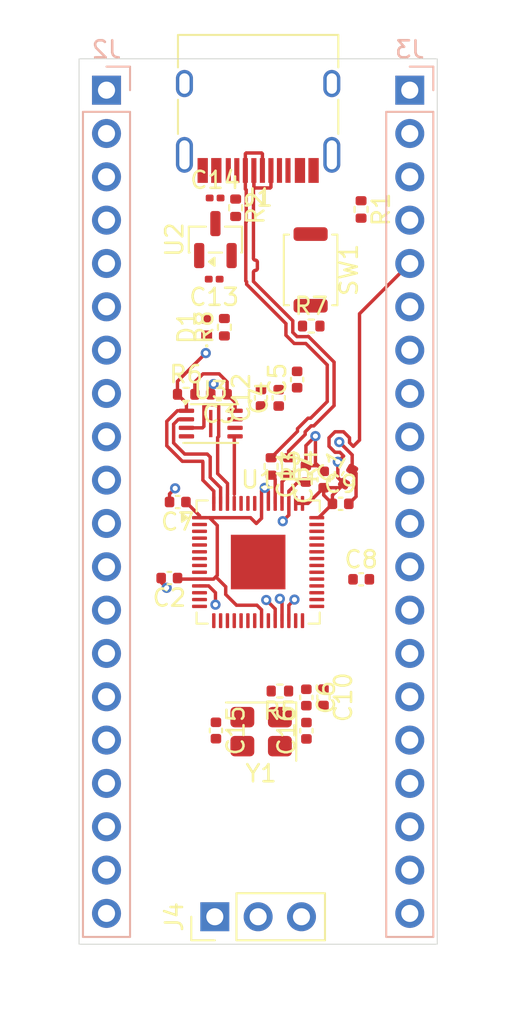
<source format=kicad_pcb>
(kicad_pcb (version 20241229) (generator "pcbnew") (generator_version "9.0")
  (layers (0 "F.Cu" signal) (2 "B.Cu" signal) (13 "F.Paste" user) (15 "B.Paste" user) (5 "F.SilkS" user "F.Silkscreen") (7 "B.SilkS" user "B.Silkscreen") (1 "F.Mask" user) (3 "B.Mask" user) (25 "Edge.Cuts" user))
  (net 0 "")
  (net 1 "+3V3")
  (net 2 "GND")
  (net 3 "+1V1")
  (net 4 "VBUS")
  (net 5 "XIN")
  (net 6 "Net-(C16-Pad2)")
  (net 7 "Net-(J1-CC2)")
  (net 8 "USBD-")
  (net 9 "USBD+")
  (net 10 "Net-(J1-CC1)")
  (net 11 "GPIO15")
  (net 12 "GPIO5")
  (net 13 "GPIO4")
  (net 14 "GPIO3")
  (net 15 "GPIO7")
  (net 16 "GPIO1")
  (net 17 "GPIO8")
  (net 18 "GPIO10")
  (net 19 "GPIO12")
  (net 20 "GPIO2")
  (net 21 "GPIO14")
  (net 22 "GPIO0")
  (net 23 "GPIO11")
  (net 24 "GPIO6")
  (net 25 "GPIO13")
  (net 26 "GPIO9")
  (net 27 "GPIO29_ADC3")
  (net 28 "GPIO16")
  (net 29 "GPIO17")
  (net 30 "GPIO18")
  (net 31 "GPIO24")
  (net 32 "GPIO27_ADC1")
  (net 33 "GPIO28_ADC2")
  (net 34 "GPIO26_ADC0")
  (net 35 "RUN")
  (net 36 "GPIO23")
  (net 37 "GPIO21")
  (net 38 "GPIO22")
  (net 39 "GPIO19")
  (net 40 "GPIO20")
  (net 41 "SWD")
  (net 42 "SWCLK")
  (net 43 "Net-(U1-USB_DP)")
  (net 44 "Net-(U1-USB_DM)")
  (net 45 "XOUT")
  (net 46 "QSPI_SS")
  (net 47 "Net-(R7-Pad2)")
  (net 48 "QSPI_SD2")
  (net 49 "QSPI_SD3")
  (net 50 "QSPI_SD1")
  (net 51 "QSPI_SD0")
  (net 52 "QSPI_SCLK")
  (net 53 "Net-(D1-A)")
  (net 54 "Net-(U1-GPIO25)")
  (footprint "Connector_USB:USB_C_Receptacle_HRO_TYPE-C-31-M-12" (layer "F.Cu") (at 160.65 48.781976 180)
    (property "Reference" "J1" (at 0 -5.645 0) (layer "F.SilkS"))
    (property "Value" "USB_C_Receptacle_USB2.0_14P")
    (pad "" np_thru_hole circle (at -2.89 -2.6 180) (size 0.65 0.65) (drill 0.65) (layers "*.Cu" "*.Mask"))
    (pad "" np_thru_hole circle (at 2.89 -2.6 180) (size 0.65 0.65) (drill 0.65) (layers "*.Cu" "*.Mask"))
    (pad "A1" smd rect (at -3.25 -4.045 180) (size 0.6 1.45) (layers "F.Cu" "F.Mask" "F.Paste") (net 2 "GND"))
    (pad "A4" smd rect (at -2.45 -4.045 180) (size 0.6 1.45) (layers "F.Cu" "F.Mask" "F.Paste") (net 4 "VBUS"))
    (pad "A5" smd rect (at -1.25 -4.045 180) (size 0.3 1.45) (layers "F.Cu" "F.Mask" "F.Paste") (net 10 "Net-(J1-CC1)"))
    (pad "A6" smd rect (at -0.25 -4.045 180) (size 0.3 1.45) (layers "F.Cu" "F.Mask" "F.Paste") (net 9 "USBD+"))
    (pad "A7" smd rect (at 0.25 -4.045 180) (size 0.3 1.45) (layers "F.Cu" "F.Mask" "F.Paste") (net 8 "USBD-"))
    (pad "A8" smd rect (at 1.25 -4.045 180) (size 0.3 1.45) (layers "F.Cu" "F.Mask" "F.Paste"))
    (pad "A9" smd rect (at 2.45 -4.045 180) (size 0.6 1.45) (layers "F.Cu" "F.Mask" "F.Paste") (net 4 "VBUS"))
    (pad "A12" smd rect (at 3.25 -4.045 180) (size 0.6 1.45) (layers "F.Cu" "F.Mask" "F.Paste") (net 2 "GND"))
    (pad "B1" smd rect (at 3.25 -4.045 180) (size 0.6 1.45) (layers "F.Cu" "F.Mask" "F.Paste") (net 2 "GND"))
    (pad "B4" smd rect (at 2.45 -4.045 180) (size 0.6 1.45) (layers "F.Cu" "F.Mask" "F.Paste") (net 4 "VBUS"))
    (pad "B5" smd rect (at 1.75 -4.045 180) (size 0.3 1.45) (layers "F.Cu" "F.Mask" "F.Paste") (net 7 "Net-(J1-CC2)"))
    (pad "B6" smd rect (at 0.75 -4.045 180) (size 0.3 1.45) (layers "F.Cu" "F.Mask" "F.Paste") (net 9 "USBD+"))
    (pad "B7" smd rect (at -0.75 -4.045 180) (size 0.3 1.45) (layers "F.Cu" "F.Mask" "F.Paste") (net 8 "USBD-"))
    (pad "B8" smd rect (at -1.75 -4.045 180) (size 0.3 1.45) (layers "F.Cu" "F.Mask" "F.Paste"))
    (pad "B9" smd rect (at -2.45 -4.045 180) (size 0.6 1.45) (layers "F.Cu" "F.Mask" "F.Paste") (net 4 "VBUS"))
    (pad "B12" smd rect (at -3.25 -4.045 180) (size 0.6 1.45) (layers "F.Cu" "F.Mask" "F.Paste") (net 2 "GND"))
    (pad "S1" thru_hole oval (at -4.32 -3.13 180) (size 1 2.1) (drill oval 0.6 1.7) (property pad_prop_heatsink) (layers "*.Cu" "*.Mask") (net 2 "GND"))
    (pad "S1" thru_hole oval (at -4.32 1.05 180) (size 1 1.6) (drill oval 0.6 1.2) (property pad_prop_heatsink) (layers "*.Cu" "*.Mask") (net 2 "GND"))
    (pad "S1" thru_hole oval (at 4.32 -3.13 180) (size 1 2.1) (drill oval 0.6 1.7) (property pad_prop_heatsink) (layers "*.Cu" "*.Mask") (net 2 "GND"))
    (pad "S1" thru_hole oval (at 4.32 1.05 180) (size 1 1.6) (drill oval 0.6 1.2) (property pad_prop_heatsink) (layers "*.Cu" "*.Mask") (net 2 "GND"))
  )
  (footprint "Resistor_SMD:R_0402_1005Metric" (layer "F.Cu") (at 162.434622 70.178991 -90)
    (property "Reference" "R4" (at 0 -1.17 90) (layer "F.SilkS"))
    (property "Value" "27")
    (pad "1" smd roundrect (at -0.51 0 270) (size 0.54 0.64) (layers "F.Cu" "F.Mask" "F.Paste") (net 8 "USBD-"))
    (pad "2" smd roundrect (at 0.51 0 270) (size 0.54 0.64) (layers "F.Cu" "F.Mask" "F.Paste") (net 44 "Net-(U1-USB_DM)"))
  )
  (footprint "Capacitor_SMD:C_0402_1005Metric" (layer "F.Cu") (at 166.692073 76.793889)
    (property "Reference" "C8" (at 0 -1.16 0) (layer "F.SilkS"))
    (property "Value" "0.1uF")
    (pad "1" smd roundrect (at -0.48 0) (size 0.56 0.62) (layers "F.Cu" "F.Mask" "F.Paste") (net 1 "+3V3"))
    (pad "2" smd roundrect (at 0.48 0) (size 0.56 0.62) (layers "F.Cu" "F.Mask" "F.Paste") (net 2 "GND"))
  )
  (footprint "Connector_PinHeader_2.54mm:PinHeader_1x03_P2.54mm_Vertical" (layer "F.Cu") (at 158.11 96.576458 90)
    (property "Reference" "J4" (at 0 -2.38 90) (layer "F.SilkS"))
    (property "Value" "Conn_01x03_Pin")
    (pad "1" thru_hole rect (at 0 0 90) (size 1.7 1.7) (drill 1) (layers "*.Cu" "*.Mask") (net 41 "SWD"))
    (pad "2" thru_hole circle (at 0 2.54 90) (size 1.7 1.7) (drill 1) (layers "*.Cu" "*.Mask") (net 2 "GND"))
    (pad "3" thru_hole circle (at 0 5.08 90) (size 1.7 1.7) (drill 1) (layers "*.Cu" "*.Mask") (net 42 "SWCLK"))
  )
  (footprint "Capacitor_SMD:C_0402_1005Metric" (layer "F.Cu") (at 162.934623 65.08351 90)
    (property "Reference" "C5" (at 0 -1.16 90) (layer "F.SilkS"))
    (property "Value" "0.1uF")
    (pad "1" smd roundrect (at -0.48 0 90) (size 0.56 0.62) (layers "F.Cu" "F.Mask" "F.Paste") (net 1 "+3V3"))
    (pad "2" smd roundrect (at 0.48 0 90) (size 0.56 0.62) (layers "F.Cu" "F.Mask" "F.Paste") (net 2 "GND"))
  )
  (footprint "Package_DFN_QFN:QFN-56-1EP_7x7mm_P0.4mm_EP3.2x3.2mm" (layer "F.Cu") (at 160.65 75.781976)
    (property "Reference" "U1" (at 0 -4.83 0) (layer "F.SilkS"))
    (property "Value" "RP2040")
    (pad "1" smd roundrect (at -3.4375 -2.6) (size 0.875 0.2) (layers "F.Cu" "F.Mask" "F.Paste") (net 1 "+3V3"))
    (pad "2" smd roundrect (at -3.4375 -2.2) (size 0.875 0.2) (layers "F.Cu" "F.Mask" "F.Paste") (net 22 "GPIO0"))
    (pad "3" smd roundrect (at -3.4375 -1.8) (size 0.875 0.2) (layers "F.Cu" "F.Mask" "F.Paste") (net 16 "GPIO1"))
    (pad "4" smd roundrect (at -3.4375 -1.4) (size 0.875 0.2) (layers "F.Cu" "F.Mask" "F.Paste") (net 20 "GPIO2"))
    (pad "5" smd roundrect (at -3.4375 -1) (size 0.875 0.2) (layers "F.Cu" "F.Mask" "F.Paste") (net 14 "GPIO3"))
    (pad "6" smd roundrect (at -3.4375 -0.6) (size 0.875 0.2) (layers "F.Cu" "F.Mask" "F.Paste") (net 13 "GPIO4"))
    (pad "7" smd roundrect (at -3.4375 -0.2) (size 0.875 0.2) (layers "F.Cu" "F.Mask" "F.Paste") (net 12 "GPIO5"))
    (pad "8" smd roundrect (at -3.4375 0.2) (size 0.875 0.2) (layers "F.Cu" "F.Mask" "F.Paste") (net 24 "GPIO6"))
    (pad "9" smd roundrect (at -3.4375 0.6) (size 0.875 0.2) (layers "F.Cu" "F.Mask" "F.Paste") (net 15 "GPIO7"))
    (pad "10" smd roundrect (at -3.4375 1) (size 0.875 0.2) (layers "F.Cu" "F.Mask" "F.Paste") (net 1 "+3V3"))
    (pad "11" smd roundrect (at -3.4375 1.4) (size 0.875 0.2) (layers "F.Cu" "F.Mask" "F.Paste") (net 17 "GPIO8"))
    (pad "12" smd roundrect (at -3.4375 1.8) (size 0.875 0.2) (layers "F.Cu" "F.Mask" "F.Paste") (net 26 "GPIO9"))
    (pad "13" smd roundrect (at -3.4375 2.2) (size 0.875 0.2) (layers "F.Cu" "F.Mask" "F.Paste") (net 18 "GPIO10"))
    (pad "14" smd roundrect (at -3.4375 2.6) (size 0.875 0.2) (layers "F.Cu" "F.Mask" "F.Paste") (net 23 "GPIO11"))
    (pad "15" smd roundrect (at -2.6 3.4375) (size 0.2 0.875) (layers "F.Cu" "F.Mask" "F.Paste") (net 19 "GPIO12"))
    (pad "16" smd roundrect (at -2.2 3.4375) (size 0.2 0.875) (layers "F.Cu" "F.Mask" "F.Paste") (net 25 "GPIO13"))
    (pad "17" smd roundrect (at -1.8 3.4375) (size 0.2 0.875) (layers "F.Cu" "F.Mask" "F.Paste") (net 21 "GPIO14"))
    (pad "18" smd roundrect (at -1.4 3.4375) (size 0.2 0.875) (layers "F.Cu" "F.Mask" "F.Paste") (net 11 "GPIO15"))
    (pad "19" smd roundrect (at -1 3.4375) (size 0.2 0.875) (layers "F.Cu" "F.Mask" "F.Paste") (net 2 "GND"))
    (pad "20" smd roundrect (at -0.6 3.4375) (size 0.2 0.875) (layers "F.Cu" "F.Mask" "F.Paste") (net 5 "XIN"))
    (pad "21" smd roundrect (at -0.2 3.4375) (size 0.2 0.875) (layers "F.Cu" "F.Mask" "F.Paste") (net 45 "XOUT"))
    (pad "22" smd roundrect (at 0.2 3.4375) (size 0.2 0.875) (layers "F.Cu" "F.Mask" "F.Paste") (net 1 "+3V3"))
    (pad "23" smd roundrect (at 0.6 3.4375) (size 0.2 0.875) (layers "F.Cu" "F.Mask" "F.Paste") (net 3 "+1V1"))
    (pad "24" smd roundrect (at 1 3.4375) (size 0.2 0.875) (layers "F.Cu" "F.Mask" "F.Paste") (net 42 "SWCLK"))
    (pad "25" smd roundrect (at 1.4 3.4375) (size 0.2 0.875) (layers "F.Cu" "F.Mask" "F.Paste") (net 41 "SWD"))
    (pad "26" smd roundrect (at 1.8 3.4375) (size 0.2 0.875) (layers "F.Cu" "F.Mask" "F.Paste") (net 35 "RUN"))
    (pad "27" smd roundrect (at 2.2 3.4375) (size 0.2 0.875) (layers "F.Cu" "F.Mask" "F.Paste") (net 28 "GPIO16"))
    (pad "28" smd roundrect (at 2.6 3.4375) (size 0.2 0.875) (layers "F.Cu" "F.Mask" "F.Paste") (net 29 "GPIO17"))
    (pad "29" smd roundrect (at 3.4375 2.6) (size 0.875 0.2) (layers "F.Cu" "F.Mask" "F.Paste") (net 30 "GPIO18"))
    (pad "30" smd roundrect (at 3.4375 2.2) (size 0.875 0.2) (layers "F.Cu" "F.Mask" "F.Paste") (net 39 "GPIO19"))
    (pad "31" smd roundrect (at 3.4375 1.8) (size 0.875 0.2) (layers "F.Cu" "F.Mask" "F.Paste") (net 40 "GPIO20"))
    (pad "32" smd roundrect (at 3.4375 1.4) (size 0.875 0.2) (layers "F.Cu" "F.Mask" "F.Paste") (net 37 "GPIO21"))
    (pad "33" smd roundrect (at 3.4375 1) (size 0.875 0.2) (layers "F.Cu" "F.Mask" "F.Paste") (net 1 "+3V3"))
    (pad "34" smd roundrect (at 3.4375 0.6) (size 0.875 0.2) (layers "F.Cu" "F.Mask" "F.Paste") (net 38 "GPIO22"))
    (pad "35" smd roundrect (at 3.4375 0.2) (size 0.875 0.2) (layers "F.Cu" "F.Mask" "F.Paste") (net 36 "GPIO23"))
    (pad "36" smd roundrect (at 3.4375 -0.2) (size 0.875 0.2) (layers "F.Cu" "F.Mask" "F.Paste") (net 31 "GPIO24"))
    (pad "37" smd roundrect (at 3.4375 -0.6) (size 0.875 0.2) (layers "F.Cu" "F.Mask" "F.Paste") (net 54 "Net-(U1-GPIO25)"))
    (pad "38" smd roundrect (at 3.4375 -1) (size 0.875 0.2) (layers "F.Cu" "F.Mask" "F.Paste") (net 34 "GPIO26_ADC0"))
    (pad "39" smd roundrect (at 3.4375 -1.4) (size 0.875 0.2) (layers "F.Cu" "F.Mask" "F.Paste") (net 32 "GPIO27_ADC1"))
    (pad "40" smd roundrect (at 3.4375 -1.8) (size 0.875 0.2) (layers "F.Cu" "F.Mask" "F.Paste") (net 33 "GPIO28_ADC2"))
    (pad "41" smd roundrect (at 3.4375 -2.2) (size 0.875 0.2) (layers "F.Cu" "F.Mask" "F.Paste") (net 27 "GPIO29_ADC3"))
    (pad "42" smd roundrect (at 3.4375 -2.6) (size 0.875 0.2) (layers "F.Cu" "F.Mask" "F.Paste") (net 1 "+3V3"))
    (pad "43" smd roundrect (at 2.6 -3.4375) (size 0.2 0.875) (layers "F.Cu" "F.Mask" "F.Paste") (net 1 "+3V3"))
    (pad "44" smd roundrect (at 2.2 -3.4375) (size 0.2 0.875) (layers "F.Cu" "F.Mask" "F.Paste") (net 1 "+3V3"))
    (pad "45" smd roundrect (at 1.8 -3.4375) (size 0.2 0.875) (layers "F.Cu" "F.Mask" "F.Paste") (net 3 "+1V1"))
    (pad "46" smd roundrect (at 1.4 -3.4375) (size 0.2 0.875) (layers "F.Cu" "F.Mask" "F.Paste") (net 44 "Net-(U1-USB_DM)"))
    (pad "47" smd roundrect (at 1 -3.4375) (size 0.2 0.875) (layers "F.Cu" "F.Mask" "F.Paste") (net 43 "Net-(U1-USB_DP)"))
    (pad "48" smd roundrect (at 0.6 -3.4375) (size 0.2 0.875) (layers "F.Cu" "F.Mask" "F.Paste") (net 1 "+3V3"))
    (pad "49" smd roundrect (at 0.2 -3.4375) (size 0.2 0.875) (layers "F.Cu" "F.Mask" "F.Paste") (net 1 "+3V3"))
    (pad "50" smd roundrect (at -0.2 -3.4375) (size 0.2 0.875) (layers "F.Cu" "F.Mask" "F.Paste") (net 3 "+1V1"))
    (pad "51" smd roundrect (at -0.6 -3.4375) (size 0.2 0.875) (layers "F.Cu" "F.Mask" "F.Paste") (net 49 "QSPI_SD3"))
    (pad "52" smd roundrect (at -1 -3.4375) (size 0.2 0.875) (layers "F.Cu" "F.Mask" "F.Paste") (net 52 "QSPI_SCLK"))
    (pad "53" smd roundrect (at -1.4 -3.4375) (size 0.2 0.875) (layers "F.Cu" "F.Mask" "F.Paste") (net 51 "QSPI_SD0"))
    (pad "54" smd roundrect (at -1.8 -3.4375) (size 0.2 0.875) (layers "F.Cu" "F.Mask" "F.Paste") (net 48 "QSPI_SD2"))
    (pad "55" smd roundrect (at -2.2 -3.4375) (size 0.2 0.875) (layers "F.Cu" "F.Mask" "F.Paste") (net 50 "QSPI_SD1"))
    (pad "56" smd roundrect (at -2.6 -3.4375) (size 0.2 0.875) (layers "F.Cu" "F.Mask" "F.Paste") (net 46 "QSPI_SS"))
    (pad "57" smd rect (at 0 0) (size 3.2 3.2) (property pad_prop_heatsink) (layers "F.Cu" "F.Mask") (net 2 "GND"))
  )
  (footprint "Crystal:Crystal_SMD_3225-4Pin_3.2x2.5mm" (layer "F.Cu") (at 160.825 85.725 180)
    (property "Reference" "Y1" (at 0 -2.45 0) (layer "F.SilkS"))
    (property "Value" "12 MHz")
    (pad "1" smd roundrect (at -1.1 0.85 180) (size 1.4 1.2) (layers "F.Cu" "F.Mask" "F.Paste") (roundrect_rratio 0.208333) (net 6 "Net-(C16-Pad2)"))
    (pad "2" smd roundrect (at 1.1 0.85 180) (size 1.4 1.2) (layers "F.Cu" "F.Mask" "F.Paste") (roundrect_rratio 0.208333) (net 2 "GND"))
    (pad "3" smd roundrect (at 1.1 -0.85 180) (size 1.4 1.2) (layers "F.Cu" "F.Mask" "F.Paste") (roundrect_rratio 0.208333) (net 5 "XIN"))
    (pad "4" smd roundrect (at -1.1 -0.85 180) (size 1.4 1.2) (layers "F.Cu" "F.Mask" "F.Paste") (roundrect_rratio 0.208333) (net 2 "GND"))
  )
  (footprint "LED_SMD:LED_0402_1005Metric" (layer "F.Cu") (at 157.633591 62.015951 90)
    (property "Reference" "D1" (at 0 -1.17 90) (layer "F.SilkS"))
    (property "Value" "LED")
    (pad "1" smd roundrect (at -0.485 0 90) (size 0.59 0.64) (layers "F.Cu" "F.Mask" "F.Paste") (net 2 "GND"))
    (pad "2" smd roundrect (at 0.485 0 90) (size 0.59 0.64) (layers "F.Cu" "F.Mask" "F.Paste") (net 53 "Net-(D1-A)"))
  )
  (footprint "Capacitor_SMD:C_0402_1005Metric" (layer "F.Cu") (at 165.485462 72.369271)
    (property "Reference" "C9" (at 0 -1.16 0) (layer "F.SilkS"))
    (property "Value" "0.1uF")
    (pad "1" smd roundrect (at -0.48 0) (size 0.56 0.62) (layers "F.Cu" "F.Mask" "F.Paste") (net 1 "+3V3"))
    (pad "2" smd roundrect (at 0.48 0) (size 0.56 0.62) (layers "F.Cu" "F.Mask" "F.Paste") (net 2 "GND"))
  )
  (footprint "Capacitor_SMD:C_0402_1005Metric" (layer "F.Cu") (at 163.451109 70.614629 90)
    (property "Reference" "C11" (at 0 -1.16 90) (layer "F.SilkS"))
    (property "Value" "0.1uF")
    (pad "1" smd roundrect (at -0.48 0 90) (size 0.56 0.62) (layers "F.Cu" "F.Mask" "F.Paste") (net 3 "+1V1"))
    (pad "2" smd roundrect (at 0.48 0 90) (size 0.56 0.62) (layers "F.Cu" "F.Mask" "F.Paste") (net 2 "GND"))
  )
  (footprint "Button_Switch_SMD:SW_Push_SPST_NO_Alps_SKRK" (layer "F.Cu") (at 163.7254 58.656579 -90)
    (property "Reference" "SW1" (at 0 -2.25 90) (layer "F.SilkS"))
    (property "Value" "SW_Push")
    (pad "1" smd roundrect (at -2.1 0 270) (size 0.8 2) (layers "F.Cu" "F.Mask" "F.Paste") (net 2 "GND"))
    (pad "2" smd roundrect (at 2.1 0 270) (size 0.8 2) (layers "F.Cu" "F.Mask" "F.Paste") (net 47 "Net-(R7-Pad2)"))
  )
  (footprint "Capacitor_SMD:C_0402_1005Metric" (layer "F.Cu") (at 160.816907 66.153806 90)
    (property "Reference" "C12" (at 0 -1.16 90) (layer "F.SilkS"))
    (property "Value" "0.1uF")
    (pad "1" smd roundrect (at -0.48 0 90) (size 0.56 0.62) (layers "F.Cu" "F.Mask" "F.Paste") (net 3 "+1V1"))
    (pad "2" smd roundrect (at 0.48 0 90) (size 0.56 0.62) (layers "F.Cu" "F.Mask" "F.Paste") (net 2 "GND"))
  )
  (footprint "Resistor_SMD:R_0402_1005Metric" (layer "F.Cu") (at 163.761584 61.947915)
    (property "Reference" "R7" (at 0 -1.17 0) (layer "F.SilkS"))
    (property "Value" "1K")
    (pad "1" smd roundrect (at -0.51 0) (size 0.54 0.64) (layers "F.Cu" "F.Mask" "F.Paste") (net 46 "QSPI_SS"))
    (pad "2" smd roundrect (at 0.51 0) (size 0.54 0.64) (layers "F.Cu" "F.Mask" "F.Paste") (net 47 "Net-(R7-Pad2)"))
  )
  (footprint "Capacitor_SMD:C_0402_1005Metric" (layer "F.Cu") (at 158.349714 65.946421 180)
    (property "Reference" "C3" (at 0 -1.16 0) (layer "F.SilkS"))
    (property "Value" "0.1uF")
    (pad "1" smd roundrect (at -0.48 0 180) (size 0.56 0.62) (layers "F.Cu" "F.Mask" "F.Paste") (net 1 "+3V3"))
    (pad "2" smd roundrect (at 0.48 0 180) (size 0.56 0.62) (layers "F.Cu" "F.Mask" "F.Paste") (net 2 "GND"))
  )
  (footprint "Capacitor_SMD:C_0201_0603Metric" (layer "F.Cu") (at 158.12665 54.44024)
    (property "Reference" "C14" (at 0 -1.05 0) (layer "F.SilkS"))
    (property "Value" "10uF")
    (pad "1" smd roundrect (at -0.32 0) (size 0.46 0.4) (layers "F.Cu" "F.Mask") (net 4 "VBUS"))
    (pad "2" smd roundrect (at 0.32 0) (size 0.46 0.4) (layers "F.Cu" "F.Mask") (net 2 "GND"))
  )
  (footprint "Package_SON:Winbond_USON-8-1EP_3x2mm_P0.5mm_EP0.2x1.6mm" (layer "F.Cu") (at 157.871151 67.66463)
    (property "Reference" "U3" (at 0 -1.95 0) (layer "F.SilkS"))
    (property "Value" "W25Q16JVZPIQ TR")
    (pad "1" smd roundrect (at -1.425 -0.75) (size 0.9 0.25) (layers "F.Cu" "F.Mask" "F.Paste") (net 46 "QSPI_SS"))
    (pad "2" smd roundrect (at -1.425 -0.25) (size 0.9 0.25) (layers "F.Cu" "F.Mask" "F.Paste") (net 50 "QSPI_SD1"))
    (pad "3" smd roundrect (at -1.425 0.25) (size 0.9 0.25) (layers "F.Cu" "F.Mask" "F.Paste") (net 48 "QSPI_SD2"))
    (pad "4" smd roundrect (at -1.425 0.75) (size 0.9 0.25) (layers "F.Cu" "F.Mask" "F.Paste") (net 2 "GND"))
    (pad "5" smd roundrect (at 1.425 0.75) (size 0.9 0.25) (layers "F.Cu" "F.Mask" "F.Paste") (net 51 "QSPI_SD0"))
    (pad "6" smd roundrect (at 1.425 0.25) (size 0.9 0.25) (layers "F.Cu" "F.Mask" "F.Paste") (net 52 "QSPI_SCLK"))
    (pad "7" smd roundrect (at 1.425 -0.25) (size 0.9 0.25) (layers "F.Cu" "F.Mask" "F.Paste") (net 49 "QSPI_SD3"))
    (pad "8" smd roundrect (at 1.425 -0.75) (size 0.9 0.25) (layers "F.Cu" "F.Mask" "F.Paste") (net 1 "+3V3"))
    (pad "9" smd rect (at 0 0) (size 0.2 1.6) (property pad_prop_heatsink) (layers "F.Cu" "F.Mask"))
  )
  (footprint "Resistor_SMD:R_0402_1005Metric" (layer "F.Cu") (at 161.40917 70.178991 -90)
    (property "Reference" "R3" (at 0 -1.17 90) (layer "F.SilkS"))
    (property "Value" "27")
    (pad "1" smd roundrect (at -0.51 0 270) (size 0.54 0.64) (layers "F.Cu" "F.Mask" "F.Paste") (net 9 "USBD+"))
    (pad "2" smd roundrect (at 0.51 0 270) (size 0.54 0.64) (layers "F.Cu" "F.Mask" "F.Paste") (net 43 "Net-(U1-USB_DP)"))
  )
  (footprint "Capacitor_SMD:C_0402_1005Metric" (layer "F.Cu") (at 164.480166 83.710907 -90)
    (property "Reference" "C10" (at 0 -1.16 90) (layer "F.SilkS"))
    (property "Value" "1uF")
    (pad "1" smd roundrect (at -0.48 0 270) (size 0.56 0.62) (layers "F.Cu" "F.Mask" "F.Paste") (net 3 "+1V1"))
    (pad "2" smd roundrect (at 0.48 0 270) (size 0.56 0.62) (layers "F.Cu" "F.Mask" "F.Paste") (net 2 "GND"))
  )
  (footprint "Capacitor_SMD:C_0402_1005Metric" (layer "F.Cu") (at 155.444472 76.720421 180)
    (property "Reference" "C2" (at 0 -1.16 0) (layer "F.SilkS"))
    (property "Value" "0.1uF")
    (pad "1" smd roundrect (at -0.48 0 180) (size 0.56 0.62) (layers "F.Cu" "F.Mask" "F.Paste") (net 1 "+3V3"))
    (pad "2" smd roundrect (at 0.48 0 180) (size 0.56 0.62) (layers "F.Cu" "F.Mask" "F.Paste") (net 2 "GND"))
  )
  (footprint "Capacitor_SMD:C_0402_1005Metric" (layer "F.Cu") (at 163.480588 85.670129 90)
    (property "Reference" "C16" (at 0 -1.16 90) (layer "F.SilkS"))
    (property "Value" "33pF")
    (pad "1" smd roundrect (at -0.48 0 90) (size 0.56 0.62) (layers "F.Cu" "F.Mask" "F.Paste") (net 2 "GND"))
    (pad "2" smd roundrect (at 0.48 0 90) (size 0.56 0.62) (layers "F.Cu" "F.Mask" "F.Paste") (net 6 "Net-(C16-Pad2)"))
  )
  (footprint "Capacitor_SMD:C_0201_0603Metric" (layer "F.Cu") (at 158.071575 59.198083 180)
    (property "Reference" "C13" (at 0 -1.05 0) (layer "F.SilkS"))
    (property "Value" "10uF")
    (pad "1" smd roundrect (at -0.32 0 180) (size 0.46 0.4) (layers "F.Cu" "F.Mask") (net 1 "+3V3"))
    (pad "2" smd roundrect (at 0.32 0 180) (size 0.46 0.4) (layers "F.Cu" "F.Mask") (net 2 "GND"))
  )
  (footprint "Capacitor_SMD:C_0402_1005Metric" (layer "F.Cu") (at 163.475314 83.720569 -90)
    (property "Reference" "C6" (at 0 -1.16 90) (layer "F.SilkS"))
    (property "Value" "0.1uF")
    (pad "1" smd roundrect (at -0.48 0 270) (size 0.56 0.62) (layers "F.Cu" "F.Mask" "F.Paste") (net 1 "+3V3"))
    (pad "2" smd roundrect (at 0.48 0 270) (size 0.56 0.62) (layers "F.Cu" "F.Mask" "F.Paste") (net 2 "GND"))
  )
  (footprint "Resistor_SMD:R_0402_1005Metric" (layer "F.Cu") (at 156.430666 65.949642)
    (property "Reference" "R6" (at 0 -1.17 0) (layer "F.SilkS"))
    (property "Value" "10K")
    (pad "1" smd roundrect (at -0.51 0) (size 0.54 0.64) (layers "F.Cu" "F.Mask" "F.Paste") (net 46 "QSPI_SS"))
    (pad "2" smd roundrect (at 0.51 0) (size 0.54 0.64) (layers "F.Cu" "F.Mask" "F.Paste") (net 1 "+3V3"))
  )
  (footprint "Capacitor_SMD:C_0402_1005Metric" (layer "F.Cu") (at 164.493177 70.94539 90)
    (property "Reference" "C17" (at 0 -1.16 90) (layer "F.SilkS"))
    (property "Value" "0.1uF")
    (pad "1" smd roundrect (at -0.48 0 90) (size 0.56 0.62) (layers "F.Cu" "F.Mask" "F.Paste") (net 1 "+3V3"))
    (pad "2" smd roundrect (at 0.48 0 90) (size 0.56 0.62) (layers "F.Cu" "F.Mask" "F.Paste") (net 2 "GND"))
  )
  (footprint "Capacitor_SMD:C_0402_1005Metric" (layer "F.Cu") (at 158.176128 85.657365 -90)
    (property "Reference" "C15" (at 0 -1.16 90) (layer "F.SilkS"))
    (property "Value" "33pF")
    (pad "1" smd roundrect (at -0.48 0 270) (size 0.56 0.62) (layers "F.Cu" "F.Mask" "F.Paste") (net 2 "GND"))
    (pad "2" smd roundrect (at 0.48 0 270) (size 0.56 0.62) (layers "F.Cu" "F.Mask" "F.Paste") (net 5 "XIN"))
  )
  (footprint "Resistor_SMD:R_0402_1005Metric" (layer "F.Cu") (at 161.925 83.34375 180)
    (property "Reference" "R5" (at 0 -1.17 0) (layer "F.SilkS"))
    (property "Value" "1K")
    (pad "1" smd roundrect (at -0.51 0 180) (size 0.54 0.64) (layers "F.Cu" "F.Mask" "F.Paste") (net 6 "Net-(C16-Pad2)"))
    (pad "2" smd roundrect (at 0.51 0 180) (size 0.54 0.64) (layers "F.Cu" "F.Mask" "F.Paste") (net 45 "XOUT"))
  )
  (footprint "Capacitor_SMD:C_0402_1005Metric" (layer "F.Cu") (at 155.934984 72.263025 180)
    (property "Reference" "C7" (at 0 -1.16 0) (layer "F.SilkS"))
    (property "Value" "0.1uF")
    (pad "1" smd roundrect (at -0.48 0 180) (size 0.56 0.62) (layers "F.Cu" "F.Mask" "F.Paste") (net 1 "+3V3"))
    (pad "2" smd roundrect (at 0.48 0 180) (size 0.56 0.62) (layers "F.Cu" "F.Mask" "F.Paste") (net 2 "GND"))
  )
  (footprint "Capacitor_SMD:C_0402_1005Metric" (layer "F.Cu") (at 161.855789 66.156664 90)
    (property "Reference" "C4" (at 0 -1.16 90) (layer "F.SilkS"))
    (property "Value" "0.1uF")
    (pad "1" smd roundrect (at -0.48 0 90) (size 0.56 0.62) (layers "F.Cu" "F.Mask" "F.Paste") (net 1 "+3V3"))
    (pad "2" smd roundrect (at 0.48 0 90) (size 0.56 0.62) (layers "F.Cu" "F.Mask" "F.Paste") (net 2 "GND"))
  )
  (footprint "Capacitor_SMD:C_0402_1005Metric" (layer "F.Cu") (at 165.923788 70.774622 60)
    (property "Reference" "C1" (at 0 -1.16 60) (layer "F.SilkS"))
    (property "Value" "1uF")
    (pad "1" smd roundrect (at -0.479999 0.000001 60) (size 0.56 0.62) (layers "F.Cu" "F.Mask" "F.Paste") (net 1 "+3V3"))
    (pad "2" smd roundrect (at 0.479999 -0.000001 60) (size 0.56 0.62) (layers "F.Cu" "F.Mask" "F.Paste") (net 2 "GND"))
  )
  (footprint "Resistor_SMD:R_0402_1005Metric" (layer "F.Cu") (at 159.331185 55.013521 -90)
    (property "Reference" "R2" (at 0 -1.17 90) (layer "F.SilkS"))
    (property "Value" "5.1K")
    (pad "1" smd roundrect (at -0.51 0 270) (size 0.54 0.64) (layers "F.Cu" "F.Mask" "F.Paste") (net 7 "Net-(J1-CC2)"))
    (pad "2" smd roundrect (at 0.51 0 270) (size 0.54 0.64) (layers "F.Cu" "F.Mask" "F.Paste") (net 2 "GND"))
  )
  (footprint "Resistor_SMD:R_0402_1005Metric" (layer "F.Cu") (at 158.669892 62.016018 90)
    (property "Reference" "R8" (at 0 -1.17 90) (layer "F.SilkS"))
    (property "Value" "0.22K")
    (pad "1" smd roundrect (at -0.51 0 90) (size 0.54 0.64) (layers "F.Cu" "F.Mask" "F.Paste") (net 54 "Net-(U1-GPIO25)"))
    (pad "2" smd roundrect (at 0.51 0 90) (size 0.54 0.64) (layers "F.Cu" "F.Mask" "F.Paste") (net 53 "Net-(D1-A)"))
  )
  (footprint "Resistor_SMD:R_0402_1005Metric" (layer "F.Cu") (at 166.684104 55.112455 -90)
    (property "Reference" "R1" (at 0 -1.17 90) (layer "F.SilkS"))
    (property "Value" "5.1K")
    (pad "1" smd roundrect (at -0.51 0 270) (size 0.54 0.64) (layers "F.Cu" "F.Mask" "F.Paste") (net 10 "Net-(J1-CC1)"))
    (pad "2" smd roundrect (at 0.51 0 270) (size 0.54 0.64) (layers "F.Cu" "F.Mask" "F.Paste") (net 2 "GND"))
  )
  (footprint "Package_TO_SOT_SMD:SOT-23" (layer "F.Cu") (at 158.144465 56.87918 90)
    (property "Reference" "U2" (at 0 -2.4 90) (layer "F.SilkS"))
    (property "Value" "MCP1700x-330xxTT")
    (pad "1" smd roundrect (at -0.9375 -0.95 90) (size 1.475 0.6) (layers "F.Cu" "F.Mask" "F.Paste") (net 2 "GND"))
    (pad "2" smd roundrect (at -0.9375 0.95 90) (size 1.475 0.6) (layers "F.Cu" "F.Mask" "F.Paste") (net 1 "+3V3"))
    (pad "3" smd roundrect (at 0.9375 0 90) (size 1.475 0.6) (layers "F.Cu" "F.Mask" "F.Paste") (net 4 "VBUS"))
  )
  (footprint "Connector_PinHeader_2.54mm:PinHeader_1x20_P2.54mm_Vertical" (layer "B.Cu") (at 169.54 48.12 180)
    (property "Reference" "J3" (at 0 2.38 0) (layer "B.SilkS") (effects (justify mirror)))
    (property "Value" "Conn_01x20_Pin")
    (pad "1" thru_hole rect (at 0 0 180) (size 1.7 1.7) (drill 1) (layers "*.Cu" "*.Mask") (net 4 "VBUS"))
    (pad "2" thru_hole circle (at 0 -2.54 180) (size 1.7 1.7) (drill 1) (layers "*.Cu" "*.Mask") (net 27 "GPIO29_ADC3"))
    (pad "3" thru_hole circle (at 0 -5.08 180) (size 1.7 1.7) (drill 1) (layers "*.Cu" "*.Mask") (net 2 "GND"))
    (pad "4" thru_hole circle (at 0 -7.62 180) (size 1.7 1.7) (drill 1) (layers "*.Cu" "*.Mask") (net 33 "GPIO28_ADC2"))
    (pad "5" thru_hole circle (at 0 -10.16 180) (size 1.7 1.7) (drill 1) (layers "*.Cu" "*.Mask") (net 1 "+3V3"))
    (pad "6" thru_hole circle (at 0 -12.7 180) (size 1.7 1.7) (drill 1) (layers "*.Cu" "*.Mask") (net 32 "GPIO27_ADC1"))
    (pad "7" thru_hole circle (at 0 -15.24 180) (size 1.7 1.7) (drill 1) (layers "*.Cu" "*.Mask") (net 34 "GPIO26_ADC0"))
    (pad "8" thru_hole circle (at 0 -17.78 180) (size 1.7 1.7) (drill 1) (layers "*.Cu" "*.Mask") (net 2 "GND"))
    (pad "9" thru_hole circle (at 0 -20.32 180) (size 1.7 1.7) (drill 1) (layers "*.Cu" "*.Mask") (net 31 "GPIO24"))
    (pad "10" thru_hole circle (at 0 -22.86 180) (size 1.7 1.7) (drill 1) (layers "*.Cu" "*.Mask") (net 36 "GPIO23"))
    (pad "11" thru_hole circle (at 0 -25.4 180) (size 1.7 1.7) (drill 1) (layers "*.Cu" "*.Mask") (net 35 "RUN"))
    (pad "12" thru_hole circle (at 0 -27.94 180) (size 1.7 1.7) (drill 1) (layers "*.Cu" "*.Mask") (net 38 "GPIO22"))
    (pad "13" thru_hole circle (at 0 -30.48 180) (size 1.7 1.7) (drill 1) (layers "*.Cu" "*.Mask") (net 2 "GND"))
    (pad "14" thru_hole circle (at 0 -33.02 180) (size 1.7 1.7) (drill 1) (layers "*.Cu" "*.Mask") (net 37 "GPIO21"))
    (pad "15" thru_hole circle (at 0 -35.56 180) (size 1.7 1.7) (drill 1) (layers "*.Cu" "*.Mask") (net 40 "GPIO20"))
    (pad "16" thru_hole circle (at 0 -38.1 180) (size 1.7 1.7) (drill 1) (layers "*.Cu" "*.Mask") (net 39 "GPIO19"))
    (pad "17" thru_hole circle (at 0 -40.64 180) (size 1.7 1.7) (drill 1) (layers "*.Cu" "*.Mask") (net 30 "GPIO18"))
    (pad "18" thru_hole circle (at 0 -43.18 180) (size 1.7 1.7) (drill 1) (layers "*.Cu" "*.Mask") (net 2 "GND"))
    (pad "19" thru_hole circle (at 0 -45.72 180) (size 1.7 1.7) (drill 1) (layers "*.Cu" "*.Mask") (net 29 "GPIO17"))
    (pad "20" thru_hole circle (at 0 -48.26 180) (size 1.7 1.7) (drill 1) (layers "*.Cu" "*.Mask") (net 28 "GPIO16"))
  )
  (footprint "Connector_PinHeader_2.54mm:PinHeader_1x20_P2.54mm_Vertical" (layer "B.Cu") (at 151.76 48.12 180)
    (property "Reference" "J2" (at 0 2.38 0) (layer "B.SilkS") (effects (justify mirror)))
    (property "Value" "Conn_01x20_Pin")
    (pad "1" thru_hole rect (at 0 0 180) (size 1.7 1.7) (drill 1) (layers "*.Cu" "*.Mask") (net 22 "GPIO0"))
    (pad "2" thru_hole circle (at 0 -2.54 180) (size 1.7 1.7) (drill 1) (layers "*.Cu" "*.Mask") (net 16 "GPIO1"))
    (pad "3" thru_hole circle (at 0 -5.08 180) (size 1.7 1.7) (drill 1) (layers "*.Cu" "*.Mask") (net 2 "GND"))
    (pad "4" thru_hole circle (at 0 -7.62 180) (size 1.7 1.7) (drill 1) (layers "*.Cu" "*.Mask") (net 20 "GPIO2"))
    (pad "5" thru_hole circle (at 0 -10.16 180) (size 1.7 1.7) (drill 1) (layers "*.Cu" "*.Mask") (net 14 "GPIO3"))
    (pad "6" thru_hole circle (at 0 -12.7 180) (size 1.7 1.7) (drill 1) (layers "*.Cu" "*.Mask") (net 13 "GPIO4"))
    (pad "7" thru_hole circle (at 0 -15.24 180) (size 1.7 1.7) (drill 1) (layers "*.Cu" "*.Mask") (net 12 "GPIO5"))
    (pad "8" thru_hole circle (at 0 -17.78 180) (size 1.7 1.7) (drill 1) (layers "*.Cu" "*.Mask") (net 2 "GND"))
    (pad "9" thru_hole circle (at 0 -20.32 180) (size 1.7 1.7) (drill 1) (layers "*.Cu" "*.Mask") (net 24 "GPIO6"))
    (pad "10" thru_hole circle (at 0 -22.86 180) (size 1.7 1.7) (drill 1) (layers "*.Cu" "*.Mask") (net 15 "GPIO7"))
    (pad "11" thru_hole circle (at 0 -25.4 180) (size 1.7 1.7) (drill 1) (layers "*.Cu" "*.Mask") (net 17 "GPIO8"))
    (pad "12" thru_hole circle (at 0 -27.94 180) (size 1.7 1.7) (drill 1) (layers "*.Cu" "*.Mask") (net 26 "GPIO9"))
    (pad "13" thru_hole circle (at 0 -30.48 180) (size 1.7 1.7) (drill 1) (layers "*.Cu" "*.Mask") (net 2 "GND"))
    (pad "14" thru_hole circle (at 0 -33.02 180) (size 1.7 1.7) (drill 1) (layers "*.Cu" "*.Mask") (net 18 "GPIO10"))
    (pad "15" thru_hole circle (at 0 -35.56 180) (size 1.7 1.7) (drill 1) (layers "*.Cu" "*.Mask") (net 23 "GPIO11"))
    (pad "16" thru_hole circle (at 0 -38.1 180) (size 1.7 1.7) (drill 1) (layers "*.Cu" "*.Mask") (net 19 "GPIO12"))
    (pad "17" thru_hole circle (at 0 -40.64 180) (size 1.7 1.7) (drill 1) (layers "*.Cu" "*.Mask") (net 25 "GPIO13"))
    (pad "18" thru_hole circle (at 0 -43.18 180) (size 1.7 1.7) (drill 1) (layers "*.Cu" "*.Mask") (net 2 "GND"))
    (pad "19" thru_hole circle (at 0 -45.72 180) (size 1.7 1.7) (drill 1) (layers "*.Cu" "*.Mask") (net 21 "GPIO14"))
    (pad "20" thru_hole circle (at 0 -48.26 180) (size 1.7 1.7) (drill 1) (layers "*.Cu" "*.Mask") (net 11 "GPIO15"))
  )
  (gr_rect (start 150.15 46.281976) (end 171.15 98.186458) (stroke (width 0.05)) (fill no) (layer "Edge.Cuts"))
  (segment (start 157.2125 76.781976) (end 158.036526 76.781976) (width 0.2) (layer "F.Cu") (net 1))
  (segment (start 165.683789 71.190314) (end 165.320944 70.827469) (width 0.2) (layer "F.Cu") (net 1))
  (segment (start 160.544145 73.52231) (end 160.85 73.216455) (width 0.2) (layer "F.Cu") (net 1))
  (segment (start 166.007503 68.780406) (end 166.227026 68.999929) (width 0.2) (layer "F.Cu") (net 1))
  (segment (start 165.440403 69.347506) (end 165.15756 69.347506) (width 0.2) (layer "F.Cu") (net 1))
  (segment (start 164.192757 73.181976) (end 165.005462 72.369271) (width 0.2) (layer "F.Cu") (net 1))
  (segment (start 164.805503 68.497563) (end 165.15756 68.145506) (width 0.2) (layer "F.Cu") (net 1))
  (segment (start 164.0875 73.181976) (end 164.192757 73.181976) (width 0.2) (layer "F.Cu") (net 1))
  (segment (start 160.58306 78.313648) (end 159.379672 78.313648) (width 0.2) (layer "F.Cu") (net 1))
  (segment (start 166.593346 68.633609) (end 166.593346 61.226654) (width 0.2) (layer "F.Cu") (net 1))
  (segment (start 156.940666 65.228268) (end 156.940666 65.949642) (width 0.2) (layer "F.Cu") (net 1))
  (segment (start 165.659926 69.567029) (end 165.440403 69.347506) (width 0.2) (layer "F.Cu") (net 1))
  (segment (start 159.296151 66.91463) (end 159.296151 66.412858) (width 0.2) (layer "F.Cu") (net 1))
  (segment (start 160.85 78.580588) (end 160.58306 78.313648) (width 0.2) (layer "F.Cu") (net 1))
  (segment (start 164.493177 71.42539) (end 164.493177 71.856986) (width 0.2) (layer "F.Cu") (net 1))
  (segment (start 158.036526 76.781976) (end 158.168825 76.649677) (width 0.2) (layer "F.Cu") (net 1))
  (segment (start 165.15756 69.347506) (end 164.805503 68.995449) (width 0.2) (layer "F.Cu") (net 1))
  (segment (start 158.829714 65.946421) (end 158.829714 65.218766) (width 0.2) (layer "F.Cu") (net 1))
  (segment (start 158.360537 64.749589) (end 157.419345 64.749589) (width 0.2) (layer "F.Cu") (net 1))
  (segment (start 158.749 77.682976) (end 158.749 77.229852) (width 0.2) (layer "F.Cu") (net 1))
  (segment (start 161.25 71.64624) (end 161.036291 71.432531) (width 0.2) (layer "F.Cu") (net 1))
  (segment (start 158.253993 76.564509) (end 158.253993 73.636695) (width 0.2) (layer "F.Cu") (net 1))
  (segment (start 157.799274 73.181976) (end 160.203811 73.181976) (width 0.2) (layer "F.Cu") (net 1))
  (segment (start 160.85 72.344476) (end 160.85 71.618822) (width 0.2) (layer "F.Cu") (net 1))
  (segment (start 158.168825 76.649677) (end 158.253993 76.564509) (width 0.2) (layer "F.Cu") (net 1))
  (segment (start 157.2125 76.781976) (end 155.986027 76.781976) (width 0.2) (layer "F.Cu") (net 1))
  (segment (start 165.15756 68.145506) (end 165.655446 68.145506) (width 0.2) (layer "F.Cu") (net 1))
  (segment (start 160.85 73.216455) (end 160.85 72.344476) (width 0.2) (layer "F.Cu") (net 1))
  (segment (start 159.296151 66.412858) (end 158.829714 65.946421) (width 0.2) (layer "F.Cu") (net 1))
  (segment (start 160.85 71.618822) (end 161.036291 71.432531) (width 0.2) (layer "F.Cu") (net 1))
  (segment (start 157.2125 73.181976) (end 157.2125 73.060541) (width 0.2) (layer "F.Cu") (net 1))
  (segment (start 165.005462 71.868641) (end 165.683789 71.190314) (width 0.2) (layer "F.Cu") (net 1))
  (segment (start 163.574091 72.344476) (end 164.493177 71.42539) (width 0.2) (layer "F.Cu") (net 1))
  (segment (start 162.85 72.344476) (end 163.25 72.344476) (width 0.2) (layer "F.Cu") (net 1))
  (segment (start 165.005462 72.369271) (end 165.005462 71.868641) (width 0.2) (layer "F.Cu") (net 1))
  (segment (start 155.986027 76.781976) (end 155.924472 76.720421) (width 0.2) (layer "F.Cu") (net 1))
  (segment (start 161.25 72.344476) (end 161.25 71.64624) (width 0.2) (layer "F.Cu") (net 1))
  (segment (start 163.25 72.344476) (end 163.574091 72.344476) (width 0.2) (layer "F.Cu") (net 1))
  (segment (start 160.203811 73.181976) (end 160.544145 73.52231) (width 0.2) (layer "F.Cu") (net 1))
  (segment (start 158.253993 73.636695) (end 157.799274 73.181976) (width 0.2) (layer "F.Cu") (net 1))
  (segment (start 166.007503 68.497563) (end 166.007503 68.780406) (width 0.2) (layer "F.Cu") (net 1))
  (segment (start 165.320944 69.906011) (end 165.659926 69.567029) (width 0.2) (layer "F.Cu") (net 1))
  (segment (start 160.85 79.219476) (end 160.85 78.580588) (width 0.2) (layer "F.Cu") (net 1))
  (segment (start 158.829714 65.218766) (end 158.360537 64.749589) (width 0.2) (layer "F.Cu") (net 1))
  (segment (start 158.749 77.229852) (end 158.168825 76.649677) (width 0.2) (layer "F.Cu") (net 1))
  (segment (start 157.2125 73.060541) (end 156.414984 72.263025) (width 0.2) (layer "F.Cu") (net 1))
  (segment (start 164.493177 71.856986) (end 165.005462 72.369271) (width 0.2) (layer "F.Cu") (net 1))
  (segment (start 157.419345 64.749589) (end 156.940666 65.228268) (width 0.2) (layer "F.Cu") (net 1))
  (segment (start 164.805503 68.995449) (end 164.805503 68.497563) (width 0.2) (layer "F.Cu") (net 1))
  (segment (start 165.320944 70.827469) (end 165.320944 69.906011) (width 0.2) (layer "F.Cu") (net 1))
  (segment (start 166.227026 68.999929) (end 166.593346 68.633609) (width 0.2) (layer "F.Cu") (net 1))
  (segment (start 166.593346 61.226654) (end 169.54 58.28) (width 0.2) (layer "F.Cu") (net 1))
  (segment (start 165.448713 71.42539) (end 165.683789 71.190314) (width 0.2) (layer "F.Cu") (net 1))
  (segment (start 159.379672 78.313648) (end 158.749 77.682976) (width 0.2) (layer "F.Cu") (net 1))
  (segment (start 157.2125 73.181976) (end 157.799274 73.181976) (width 0.2) (layer "F.Cu") (net 1))
  (segment (start 164.493177 71.42539) (end 165.448713 71.42539) (width 0.2) (layer "F.Cu") (net 1))
  (segment (start 165.655446 68.145506) (end 166.007503 68.497563) (width 0.2) (layer "F.Cu") (net 1))
  (via (at 161.036291 71.432531) (size 0.6) (drill 0.3) (layers "F.Cu" "B.Cu") (net 1))
  (via (at 165.320944 69.906011) (size 0.6) (drill 0.3) (layers "F.Cu" "B.Cu") (net 1))
  (segment (start 166.390722 71.944011) (end 166.390722 70.585865) (width 0.2) (layer "F.Cu") (net 2))
  (segment (start 154.964472 76.972992) (end 155.285701 77.294221) (width 0.2) (layer "F.Cu") (net 2))
  (segment (start 165.965462 72.369271) (end 166.390722 71.944011) (width 0.2) (layer "F.Cu") (net 2))
  (segment (start 155.454984 71.789699) (end 155.782981 71.461702) (width 0.2) (layer "F.Cu") (net 2))
  (segment (start 166.390722 70.585865) (end 166.163787 70.35893) (width 0.2) (layer "F.Cu") (net 2))
  (segment (start 163.451109 68.956793) (end 164.007756 68.400146) (width 0.2) (layer "F.Cu") (net 2))
  (segment (start 166.163787 69.50379) (end 166.163787 70.35893) (width 0.2) (layer "F.Cu") (net 2))
  (segment (start 164.162416 70.134629) (end 164.493177 70.46539) (width 0.2) (layer "F.Cu") (net 2))
  (segment (start 157.869714 65.946421) (end 157.869714 65.517717) (width 0.2) (layer "F.Cu") (net 2))
  (segment (start 163.451109 70.134629) (end 164.162416 70.134629) (width 0.2) (layer "F.Cu") (net 2))
  (segment (start 164.007756 69.979969) (end 164.007756 68.400146) (width 0.2) (layer "F.Cu") (net 2))
  (segment (start 157.869714 65.517717) (end 158.037842 65.349589) (width 0.2) (layer "F.Cu") (net 2))
  (segment (start 163.451109 70.134629) (end 163.451109 68.956793) (width 0.2) (layer "F.Cu") (net 2))
  (segment (start 155.454984 72.263025) (end 155.454984 71.789699) (width 0.2) (layer "F.Cu") (net 2))
  (segment (start 164.493177 70.46539) (end 164.007756 69.979969) (width 0.2) (layer "F.Cu") (net 2))
  (segment (start 165.406503 68.746506) (end 166.163787 69.50379) (width 0.2) (layer "F.Cu") (net 2))
  (segment (start 154.964472 76.720421) (end 154.964472 76.972992) (width 0.2) (layer "F.Cu") (net 2))
  (via (at 165.406503 68.746506) (size 0.6) (drill 0.3) (layers "F.Cu" "B.Cu") (net 2))
  (via (at 155.782981 71.461702) (size 0.6) (drill 0.3) (layers "F.Cu" "B.Cu") (net 2))
  (via (at 164.007756 68.400146) (size 0.6) (drill 0.3) (layers "F.Cu" "B.Cu") (net 2))
  (via (at 158.037842 65.349589) (size 0.6) (drill 0.3) (layers "F.Cu" "B.Cu") (net 2))
  (via (at 155.285701 77.294221) (size 0.6) (drill 0.3) (layers "F.Cu" "B.Cu") (net 2))
  (segment (start 162.45 73.030879) (end 162.093025 73.387854) (width 0.2) (layer "F.Cu") (net 3))
  (segment (start 163.451109 71.094629) (end 162.983176 71.094629) (width 0.2) (layer "F.Cu") (net 3))
  (segment (start 162.45 71.627805) (end 162.45 72.344476) (width 0.2) (layer "F.Cu") (net 3))
  (segment (start 162.983176 71.094629) (end 162.45 71.627805) (width 0.2) (layer "F.Cu") (net 3))
  (segment (start 162.45 72.344476) (end 162.45 73.030879) (width 0.2) (layer "F.Cu") (net 3))
  (via (at 162.093025 73.387854) (size 0.6) (drill 0.3) (layers "F.Cu" "B.Cu") (net 3))
  (segment (start 162.680584 61.640235) (end 160.375 59.334651) (width 0.2) (layer "F.Cu") (net 8))
  (segment (start 163.406756 68.307802) (end 163.406756 68.151203) (width 0.2) (layer "F.Cu") (net 8))
  (segment (start 160.4 52.826976) (end 160.4 53.803976) (width 0.2) (layer "F.Cu") (net 8))
  (segment (start 160.4 53.914477) (end 160.4 52.826976) (width 0.2) (layer "F.Cu") (net 8))
  (segment (start 163.406756 68.151203) (end 163.758813 67.799146) (width 0.2) (layer "F.Cu") (net 8))
  (segment (start 160.603526 58.571351) (end 160.603526 58.199877) (width 0.2) (layer "F.Cu") (net 8))
  (segment (start 165.101523 66.613035) (end 165.101523 64.061174) (width 0.2) (layer "F.Cu") (net 8))
  (segment (start 162.680584 62.317255) (end 162.680584 61.640235) (width 0.2) (layer "F.Cu") (net 8))
  (segment (start 163.758813 67.799146) (end 163.915412 67.799146) (width 0.2) (layer "F.Cu") (net 8))
  (segment (start 163.590094 62.549745) (end 163.570924 62.568915) (width 0.2) (layer "F.Cu") (net 8))
  (segment (start 162.434622 69.279936) (end 163.406756 68.307802) (width 0.2) (layer "F.Cu") (net 8))
  (segment (start 165.101523 64.061174) (end 163.590094 62.549745) (width 0.2) (layer "F.Cu") (net 8))
  (segment (start 160.375 56.948418) (end 160.375 53.939477) (width 0.2) (layer "F.Cu") (net 8))
  (segment (start 162.434622 69.668991) (end 162.434622 69.279936) (width 0.2) (layer "F.Cu") (net 8))
  (segment (start 160.375 57.599877) (end 160.375 56.948418) (width 0.2) (layer "F.Cu") (net 8))
  (segment (start 160.4 53.803976) (end 160.449 53.852976) (width 0.2) (layer "F.Cu") (net 8))
  (segment (start 161.4 53.803976) (end 161.4 52.826976) (width 0.2) (layer "F.Cu") (net 8))
  (segment (start 160.375 57.971351) (end 160.375 57.599877) (width 0.2) (layer "F.Cu") (net 8))
  (segment (start 160.375 53.939477) (end 160.4 53.914477) (width 0.2) (layer "F.Cu") (net 8))
  (segment (start 160.375 59.334651) (end 160.375 58.799877) (width 0.2) (layer "F.Cu") (net 8))
  (segment (start 163.570924 62.568915) (end 162.932244 62.568915) (width 0.2) (layer "F.Cu") (net 8))
  (segment (start 160.449 53.852976) (end 161.351 53.852976) (width 0.2) (layer "F.Cu") (net 8))
  (segment (start 162.932244 62.568915) (end 162.680584 62.317255) (width 0.2) (layer "F.Cu") (net 8))
  (segment (start 163.915412 67.799146) (end 165.101523 66.613035) (width 0.2) (layer "F.Cu") (net 8))
  (segment (start 161.351 53.852976) (end 161.4 53.803976) (width 0.2) (layer "F.Cu") (net 8))
  (arc (start 160.603526 58.199877) (mid 160.570059 58.119081) (end 160.489263 58.085614) (width 0.2) (layer "F.Cu") (net 8))
  (arc (start 160.489263 58.685614) (mid 160.570059 58.652147) (end 160.603526 58.571351) (width 0.2) (layer "F.Cu") (net 8))
  (arc (start 160.489263 58.085614) (mid 160.408467 58.052147) (end 160.375 57.971351) (width 0.2) (layer "F.Cu") (net 8))
  (arc (start 160.375 58.799877) (mid 160.408467 58.719081) (end 160.489263 58.685614) (width 0.2) (layer "F.Cu") (net 8))
  (segment (start 162.956776 67.964815) (end 162.956776 68.121385) (width 0.2) (layer "F.Cu") (net 9))
  (segment (start 159.949 51.800976) (end 160.851 51.800976) (width 0.2) (layer "F.Cu") (net 9))
  (segment (start 160.851 51.800976) (end 160.9 51.849976) (width 0.2) (layer "F.Cu") (net 9))
  (segment (start 160.9 51.849976) (end 160.9 52.826976) (width 0.2) (layer "F.Cu") (net 9))
  (segment (start 159.9 53.914477) (end 159.952185 53.966662) (width 0.2) (layer "F.Cu") (net 9))
  (segment (start 164.700523 64.227274) (end 164.700523 66.377638) (width 0.2) (layer "F.Cu") (net 9))
  (segment (start 159.9 51.849976) (end 159.949 51.800976) (width 0.2) (layer "F.Cu") (net 9))
  (segment (start 163.443164 62.969915) (end 164.700523 64.227274) (width 0.2) (layer "F.Cu") (net 9))
  (segment (start 163.728995 67.349166) (end 163.572425 67.349166) (width 0.2) (layer "F.Cu") (net 9))
  (segment (start 159.952185 53.966662) (end 159.952185 55.842861) (width 0.2) (layer "F.Cu") (net 9))
  (segment (start 159.9 52.826976) (end 159.9 51.849976) (width 0.2) (layer "F.Cu") (net 9))
  (segment (start 162.279584 61.806335) (end 162.279584 62.483355) (width 0.2) (layer "F.Cu") (net 9))
  (segment (start 162.956776 68.121385) (end 161.40917 69.668991) (width 0.2) (layer "F.Cu") (net 9))
  (segment (start 159.974 59.500751) (end 162.279584 61.806335) (width 0.2) (layer "F.Cu") (net 9))
  (segment (start 159.925 55.870046) (end 159.925 59.302138) (width 0.2) (layer "F.Cu") (net 9))
  (segment (start 159.974 59.351138) (end 159.974 59.500751) (width 0.2) (layer "F.Cu") (net 9))
  (segment (start 159.952185 55.842861) (end 159.925 55.870046) (width 0.2) (layer "F.Cu") (net 9))
  (segment (start 164.700523 66.377638) (end 163.728995 67.349166) (width 0.2) (layer "F.Cu") (net 9))
  (segment (start 159.9 52.826976) (end 159.9 53.914477) (width 0.2) (layer "F.Cu") (net 9))
  (segment (start 162.279584 62.483355) (end 162.766144 62.969915) (width 0.2) (layer "F.Cu") (net 9))
  (segment (start 159.925 59.302138) (end 159.974 59.351138) (width 0.2) (layer "F.Cu") (net 9))
  (segment (start 162.766144 62.969915) (end 163.443164 62.969915) (width 0.2) (layer "F.Cu") (net 9))
  (segment (start 163.572425 67.349166) (end 162.956776 67.964815) (width 0.2) (layer "F.Cu") (net 9))
  (segment (start 158.147838 77.577713) (end 157.752101 77.181976) (width 0.2) (layer "F.Cu") (net 17))
  (segment (start 157.752101 77.181976) (end 157.2125 77.181976) (width 0.2) (layer "F.Cu") (net 17))
  (segment (start 158.147838 78.2806) (end 158.147838 77.577713) (width 0.2) (layer "F.Cu") (net 17))
  (via (at 158.147838 78.2806) (size 0.6) (drill 0.3) (layers "F.Cu" "B.Cu") (net 17))
  (segment (start 162.45 78.314405) (end 162.78014 77.984265) (width 0.2) (layer "F.Cu") (net 35))
  (segment (start 162.45 79.219476) (end 162.45 78.314405) (width 0.2) (layer "F.Cu") (net 35))
  (via (at 162.78014 77.984265) (size 0.6) (drill 0.3) (layers "F.Cu" "B.Cu") (net 35))
  (segment (start 162.05 79.219476) (end 162.05 78.062235) (width 0.2) (layer "F.Cu") (net 41))
  (segment (start 162.05 78.062235) (end 161.921772 77.934007) (width 0.2) (layer "F.Cu") (net 41))
  (via (at 161.921772 77.934007) (size 0.6) (drill 0.3) (layers "F.Cu" "B.Cu") (net 41))
  (segment (start 161.65 79.219476) (end 161.65 78.532058) (width 0.2) (layer "F.Cu") (net 42))
  (segment (start 161.65 78.532058) (end 161.125123 78.007181) (width 0.2) (layer "F.Cu") (net 42))
  (via (at 161.125123 78.007181) (size 0.6) (drill 0.3) (layers "F.Cu" "B.Cu") (net 42))
  (segment (start 161.65 70.929821) (end 161.40917 70.688991) (width 0.2) (layer "F.Cu") (net 43))
  (segment (start 161.65 72.344476) (end 161.65 70.929821) (width 0.2) (layer "F.Cu") (net 43))
  (segment (start 162.05 72.344476) (end 162.05 71.073613) (width 0.2) (layer "F.Cu") (net 44))
  (segment (start 162.05 71.073613) (end 162.434622 70.688991) (width 0.2) (layer "F.Cu") (net 44))
  (segment (start 158.05 71.62045) (end 158.05 72.344476) (width 0.2) (layer "F.Cu") (net 46))
  (segment (start 157.399206 69.875863) (end 157.399206 69.924267) (width 0.2) (layer "F.Cu") (net 46))
  (segment (start 157.399206 69.924267) (end 157.409899 69.93496) (width 0.2) (layer "F.Cu") (net 46))
  (segment (start 156.446151 66.475127) (end 155.920666 65.949642) (width 0.2) (layer "F.Cu") (net 46))
  (segment (start 156.446151 66.91463) (end 156.446151 66.475127) (width 0.2) (layer "F.Cu") (net 46))
  (segment (start 156.446151 66.91463) (end 155.913253 66.91463) (width 0.2) (layer "F.Cu") (net 46))
  (segment (start 157.409899 69.93496) (end 157.409899 70.980349) (width 0.2) (layer "F.Cu") (net 46))
  (segment (start 155.920666 65.949642) (end 155.920666 65.191444) (width 0.2) (layer "F.Cu") (net 46))
  (segment (start 155.294151 68.967163) (end 156.202851 69.875863) (width 0.2) (layer "F.Cu") (net 46))
  (segment (start 157.409899 70.980349) (end 158.05 71.62045) (width 0.2) (layer "F.Cu") (net 46))
  (segment (start 155.913253 66.91463) (end 155.294151 67.533732) (width 0.2) (layer "F.Cu") (net 46))
  (segment (start 156.202851 69.875863) (end 157.399206 69.875863) (width 0.2) (layer "F.Cu") (net 46))
  (segment (start 155.920666 65.191444) (end 157.580726 63.531384) (width 0.2) (layer "F.Cu") (net 46))
  (segment (start 155.294151 67.533732) (end 155.294151 68.967163) (width 0.2) (layer "F.Cu") (net 46))
  (via (at 157.580726 63.531384) (size 0.6) (drill 0.3) (layers "F.Cu" "B.Cu") (net 46))
  (segment (start 158.272151 66.56363) (end 158.3363 66.627779) (width 0.2) (layer "F.Cu") (net 48))
  (segment (start 157.38444 67.91463) (end 157.470151 67.828919) (width 0.2) (layer "F.Cu") (net 48))
  (segment (start 157.470151 66.56363) (end 158.272151 66.56363) (width 0.2) (layer "F.Cu") (net 48))
  (segment (start 158.3363 68.420577) (end 158.275795 68.481082) (width 0.2) (layer "F.Cu") (net 48))
  (segment (start 157.470151 67.828919) (end 157.470151 66.56363) (width 0.2) (layer "F.Cu") (net 48))
  (segment (start 156.446151 67.91463) (end 157.38444 67.91463) (width 0.2) (layer "F.Cu") (net 48))
  (segment (start 158.275795 68.481082) (end 158.275795 70.598494) (width 0.2) (layer "F.Cu") (net 48))
  (segment (start 158.85 71.809202) (end 158.85 72.344476) (width 0.2) (layer "F.Cu") (net 48))
  (segment (start 158.852996 71.175695) (end 158.852996 71.806206) (width 0.2) (layer "F.Cu") (net 48))
  (segment (start 158.3363 66.627779) (end 158.3363 68.420577) (width 0.2) (layer "F.Cu") (net 48))
  (segment (start 158.852996 71.806206) (end 158.85 71.809202) (width 0.2) (layer "F.Cu") (net 48))
  (segment (start 158.275795 70.598494) (end 158.852996 71.175695) (width 0.2) (layer "F.Cu") (net 48))
  (segment (start 155.695151 67.699832) (end 155.695151 68.801063) (width 0.2) (layer "F.Cu") (net 50))
  (segment (start 155.695151 68.801063) (end 156.346415 69.452327) (width 0.2) (layer "F.Cu") (net 50))
  (segment (start 156.346415 69.452327) (end 157.665429 69.452327) (width 0.2) (layer "F.Cu") (net 50))
  (segment (start 155.980353 67.41463) (end 155.695151 67.699832) (width 0.2) (layer "F.Cu") (net 50))
  (segment (start 157.840158 69.627056) (end 157.840158 70.819002) (width 0.2) (layer "F.Cu") (net 50))
  (segment (start 157.665429 69.452327) (end 157.840158 69.627056) (width 0.2) (layer "F.Cu") (net 50))
  (segment (start 157.840158 70.819002) (end 158.45 71.428844) (width 0.2) (layer "F.Cu") (net 50))
  (segment (start 158.45 71.428844) (end 158.45 72.344476) (width 0.2) (layer "F.Cu") (net 50))
  (segment (start 156.446151 67.41463) (end 155.980353 67.41463) (width 0.2) (layer "F.Cu") (net 50))
  (segment (start 159.253996 68.771173) (end 159.253996 71.805206) (width 0.2) (layer "F.Cu") (net 51))
  (segment (start 159.25 68.767177) (end 159.253996 68.771173) (width 0.2) (layer "F.Cu") (net 51))
  (segment (start 159.25 68.460781) (end 159.25 68.767177) (width 0.2) (layer "F.Cu") (net 51))
  (segment (start 159.296151 68.41463) (end 159.25 68.460781) (width 0.2) (layer "F.Cu") (net 51))
)
</source>
